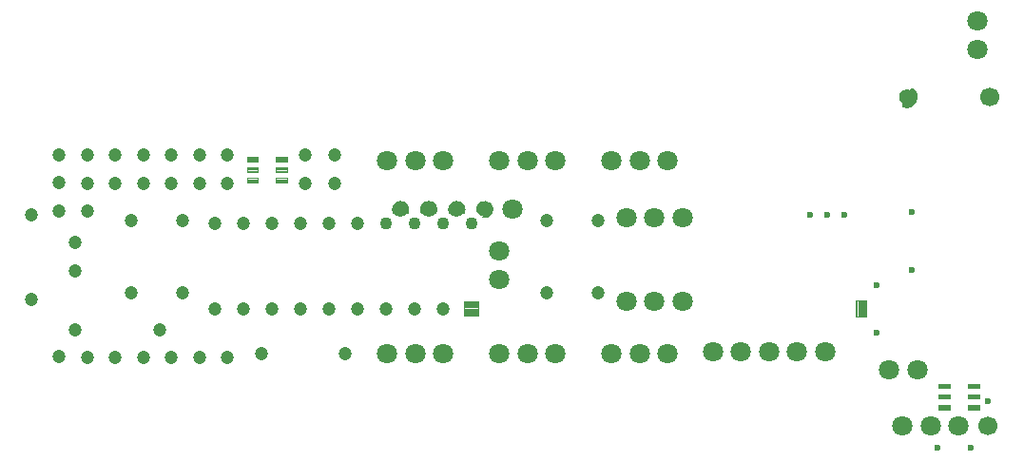
<source format=gbs>
G71*G90*G75*D02*
%ASAXBY*OFA0B0*MOMM*FSLAX43Y43*IPPOS*%
%ADD11C,0.100*%
%ADD12C,0.200*%
%ADD13C,0.300*%
%ADD16C,0.600*%
%ADD21C,1.100*%
%ADD22C,1.200*%
%ADD24C,1.400*%
%ADD27C,1.700*%
%ADD28C,1.800*%
G54D22*
G01X134250Y100250D03*
X138750D03*
Y93750D03*
X134250D03*
X104640Y100000D03*
X107180D03*
X109720D03*
X112260D03*
X114800D03*
X117340D03*
G54D21*
X119880D03*
X122420D03*
X127500D03*
X124960D03*
G54D22*
Y92380D03*
G54D28*
X130000Y95000D03*
Y97500D03*
G54D22*
X122420Y92380D03*
X119880D03*
X117340D03*
X114800D03*
X112260D03*
X109720D03*
X107180D03*
X104640D03*
X97250Y93750D03*
X101750D03*
X97250Y100250D03*
X101750D03*
X92250Y98251D03*
Y95751D03*
Y90501D03*
X99750D03*
G54D28*
X120000Y88400D03*
X122500D03*
X125000D03*
X130000D03*
X132500D03*
X135000D03*
X140000D03*
X142500D03*
X145000D03*
X120000Y105600D03*
X122500D03*
X125000D03*
X130000D03*
X132500D03*
X135000D03*
X140000D03*
X142500D03*
X145000D03*
X131200Y101200D03*
G54D24*
X128700D03*
X126200D03*
X123700D03*
X121200D03*
G54D28*
X143800Y100500D03*
X141300D03*
X172600Y118000D03*
Y115500D03*
G54D22*
X116300Y88400D03*
X108800D03*
G54D11*
X126850Y93050D02*
X128150D01*
Y91750D01*
X126850D01*
Y93050D01*
Y92955D02*
X128150D01*
X126850Y92860D02*
X128150D01*
X126850Y92765D02*
X128150D01*
X126850Y92670D02*
X128150D01*
X126850Y92575D02*
X128150D01*
X126850Y92480D02*
X128150D01*
X126850Y92385D02*
X128150D01*
X126850Y92290D02*
X128150D01*
X126850Y92195D02*
X128150D01*
X126850Y92100D02*
X128150D01*
X126850Y92005D02*
X128150D01*
X126850Y91910D02*
X128150D01*
X126850Y91815D02*
X128150D01*
G54D28*
X146300Y100500D03*
G54D22*
X90800Y106101D03*
X93300D03*
X95800D03*
X98300D03*
X100800D03*
X103300D03*
X90800Y103601D03*
X93300Y103501D03*
X95800D03*
X98300D03*
X100800D03*
X105800Y106101D03*
X90800Y101101D03*
X93300D03*
X88300Y100701D03*
Y93201D03*
X103300Y103501D03*
G54D28*
X165900Y81900D03*
X168400D03*
X170900D03*
G54D27*
X173500D03*
G54D24*
X166300Y111200D03*
G54D22*
X115300Y103501D03*
X112700D03*
X115300Y106101D03*
X112700D03*
X105800Y103501D03*
G54D11*
X107500Y105900D02*
X108500D01*
Y105500D01*
X107500D01*
Y105900D01*
Y105805D02*
X108500D01*
X107500Y105710D02*
X108500D01*
X107500Y105615D02*
X108500D01*
X107500Y105520D02*
X108500D01*
X107500Y104950D02*
X108500D01*
Y104550D01*
X107500D01*
Y104950D01*
Y104855D02*
X108500D01*
X107500Y104760D02*
X108500D01*
X107500Y104665D02*
X108500D01*
X107500Y104570D02*
X108500D01*
X110100Y105900D02*
X111100D01*
Y105500D01*
X110100D01*
Y105900D01*
Y105805D02*
X111100D01*
X110100Y105710D02*
X111100D01*
X110100Y105615D02*
X111100D01*
X110100Y105520D02*
X111100D01*
X110100Y104950D02*
X111100D01*
Y104550D01*
X110100D01*
Y104950D01*
Y104855D02*
X111100D01*
X110100Y104760D02*
X111100D01*
X110100Y104665D02*
X111100D01*
X110100Y104570D02*
X111100D01*
X110100Y104000D02*
X111100D01*
Y103600D01*
X110100D01*
Y104000D01*
Y103905D02*
X111100D01*
X110100Y103810D02*
X111100D01*
X110100Y103715D02*
X111100D01*
X110100Y103620D02*
X111100D01*
X107500Y104000D02*
X108500D01*
Y103600D01*
X107500D01*
Y104000D01*
Y103905D02*
X108500D01*
X107500Y103810D02*
X108500D01*
X107500Y103715D02*
X108500D01*
X107500Y103620D02*
X108500D01*
G54D27*
X173700Y111200D03*
G54D28*
X149000Y88500D03*
X151500D03*
X154000D03*
X156500D03*
G54D11*
X169100Y85700D02*
X170100D01*
Y85300D01*
X169100D01*
Y85700D01*
Y85605D02*
X170100D01*
X169100Y85510D02*
X170100D01*
X169100Y85415D02*
X170100D01*
X169100Y85320D02*
X170100D01*
X169100Y84750D02*
X170100D01*
Y84350D01*
X169100D01*
Y84750D01*
Y84655D02*
X170100D01*
X169100Y84560D02*
X170100D01*
X169100Y84465D02*
X170100D01*
X169100Y84370D02*
X170100D01*
X171700Y85700D02*
X172700D01*
Y85300D01*
X171700D01*
Y85700D01*
Y85605D02*
X172700D01*
X171700Y85510D02*
X172700D01*
X171700Y85415D02*
X172700D01*
X171700Y85320D02*
X172700D01*
X171700Y84750D02*
X172700D01*
Y84350D01*
X171700D01*
Y84750D01*
Y84655D02*
X172700D01*
X171700Y84560D02*
X172700D01*
X171700Y84465D02*
X172700D01*
X171700Y84370D02*
X172700D01*
X171700Y83800D02*
X172700D01*
Y83400D01*
X171700D01*
Y83800D01*
Y83705D02*
X172700D01*
X171700Y83610D02*
X172700D01*
X171700Y83515D02*
X172700D01*
X171700Y83420D02*
X172700D01*
X169100Y83800D02*
X170100D01*
Y83400D01*
X169100D01*
Y83800D01*
Y83705D02*
X170100D01*
X169100Y83610D02*
X170100D01*
X169100Y83515D02*
X170100D01*
X169100Y83420D02*
X170100D01*
G54D22*
X90800Y88101D03*
X93300Y88001D03*
X95800D03*
X98300D03*
X100800D03*
X103300D03*
X105800D03*
G54D16*
X166700Y101000D03*
Y95800D03*
G54D28*
X141300Y93000D03*
X143800D03*
X146300D03*
X159000Y88500D03*
X167200Y86900D03*
X164700D03*
G54D16*
X169000Y80000D03*
X172000D03*
X157700Y100700D03*
X159200D03*
X160700D03*
X163600Y94500D03*
G54D12*
X128508Y100527D02*
G03X128027Y101008I192J673D01*
G01X126826Y100887D02*
G03X125574Y100887I-626J313D01*
G01X124326D02*
G03X123074Y100887I-626J313D01*
G01X121826D02*
G03X120574Y100887I-626J313D01*
G54D13*
G01X165985Y110465D02*
G03X166744Y111866I315J735D01*
G54D16*
G01X163600Y90200D03*
X173500Y84100D03*
G54D11*
X161750Y91650D02*
Y93150D01*
X162650D01*
Y91650D01*
X161750D01*
X161845D02*
Y93150D01*
X161940Y91650D02*
Y93150D01*
X162035Y91650D02*
Y93150D01*
X162130Y91650D02*
Y93150D01*
X162225Y91650D02*
Y93150D01*
X162320Y91650D02*
Y93150D01*
X162415Y91650D02*
Y93150D01*
X162510Y91650D02*
Y93150D01*
X162605Y91650D02*
Y93150D01*
G01X0Y0D02*
M02*

</source>
